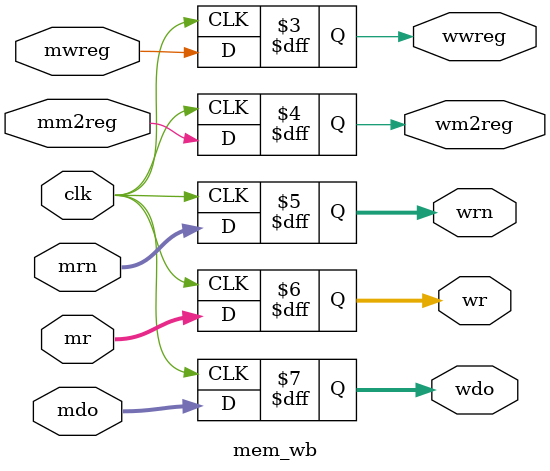
<source format=v>
`timescale 1ns / 1ps
module top(clk, reset, writed);
    input clk, reset;
    output [31:0] writed;
    
    wire [31:0] outa, outb, mr;
    
    wire wreg, m2reg, wmem, aluimm, regrt, ewreg, em2reg, ewmem, ealuimm, mwreg, mm2reg, mwmem, wwreg, wm2reg;
    wire [1:0] fwda, fwdb;
    wire [3:0] aluc, ealuc;
    wire [4:0] rn, rs, rd, rt, ern, mrn, wrn;
    wire [5:0] op, func;
    wire [8:0] pc_in, pc_out;
    wire [15:0] imm;
    wire [31:0] imm_ext, qa, qb, do, eqa, eqb, eimm_ext, eb, er, mqb, mdo, wr, wdo;


    pc pc_inst(pc_in, pc_out, reset, clk);
    pc_adder pc_adder_inst(pc_out, pc_in);
    i_mem i_mem_inst(pc_out, do);
    if_id if_id_inst(do, op, func, rs, rd, rt, imm, clk);
    sign_ext sign_ext_inst(imm, imm_ext);
    control_unit control_unit_inst(op, func, rs, rt, wreg, m2reg, wmem, aluc, aluimm, regrt, mrn, mm2reg, mwreg, ern, em2reg, ewreg, fwda, fwdb);
    mux_5 wmux_inst(regrt, rd, rt, rn);
    reg_file reg_file_inst(rs, rt, wrn, writed, qa, qb, wwreg);
    id_exe id_exe_inst(wreg, m2reg, wmem, aluc, aluimm, rn, outa, outb, imm_ext, ewreg, em2reg, ewmem, ealuc, ealuimm, ern, eqa, eqb, eimm_ext, clk);
    mux_32 alu_mux_inst(ealuimm, eqb, eimm_ext, eb);
    alu alu_inst(ealuc, eqa, eb, er);
    // module exe_mem(ewreg, em2reg, ewmem, ern, er, eqb, mwreg, mm2reg, mwmem, mrn, mr, mqb, clk);
    exe_mem exe_mem_inst(ewreg, em2reg, ewmem, ern, er, eqb, mwreg, mm2reg, mwmem, mrn, mr, mqb, clk);
    data_mem data_mem_inst(mr, mqb, mwmem, mdo);
    mem_wb mem_wb_inst(mwreg, mm2reg, mrn, mr, mdo, wwreg, wm2reg, wrn, wr, wdo, clk);
    mux_32 wb_mux_inst(wm2reg, wr, wdo, writed);
    mux_fwd fwda_inst(fwda, qa, er, mr, mdo, outa);
    mux_fwd fwdb_inst(fwdb, qb, er, mr, mdo, outb);

endmodule

// Program counter
module pc(in, out, reset, clk);
    input [8:0] in;
    input clk, reset;
    output reg [8:0] out;

    always @ (posedge clk) begin
        if (reset) begin
            out <= 0;
        end
        else begin
            out <= in;
        end
    end   
endmodule

// PC incrementer
module pc_adder(in, out);
    input [8:0] in;
    output [8:0] out;
    
    assign out = in + 4;
endmodule

// Instruction memory
module i_mem(a, do);
    input [8:0] a; // address of instruction
    output [31:0] do; // instruction
    
    wire [31:0] memory [0:16]; // instruction memory array
    
    assign memory[0] = 32'b00000000001000100001100000100000; // add $3, $1, $2
    assign memory[4] = 32'b00000001001000110010000000100010; // sub $4, $9, $3
    assign memory[8] = 32'b00000000011010010010100000100101; // or $5, $3, $9
    assign memory[12] = 32'b00000000011010010011000000100110; // xor $6, $3, $9
    assign memory[16] = 32'b00000000011010010011100000100100; // and $7, $3, $9

    assign do = memory[a];
endmodule

// IF/ID register
module if_id(do, op, func, rs, rd, rt, imm, clk);
    input [31:0] do;
    input clk;
    output reg [5:0] op, func;
    output reg [4:0] rs, rd, rt;
    output reg [15:0] imm;
    
    always @ (posedge clk) begin
        op <= do[31:26];
        rs <= do[25:21];
        rt <= do[20:16];
        
        if (do[31:26] == 6'b000000) begin // if r-format
            func <= do[5:0]; // func is last 6 bits
            rd <= do[15:11];
            imm <= 16'bXXXXXXXXXXXXXXXX;
        end
        else begin // if i-format
            imm <= do[15:0];
            func <= 6'bXXXXXX;
            rd <= 5'bXXXXX;
        end
    end
endmodule

// Sign extender
module sign_ext(in, out);
    input [15:0] in;
    output [31:0] out;
    
    assign out = {{16{in[15]}}, in};
endmodule

// ALU control unit
module control_unit(op, func, rs, rt, wreg, m2reg, wmem, aluc, aluimm, regrt, mrn, mm2reg, mwreg, ern, em2reg, ewreg, fwda, fwdb);
    input [5:0] op, func;
    input [4:0] rs, rt, mrn, ern;
    input mm2reg, mwreg, em2reg, ewreg;
    output reg wreg, m2reg, wmem, aluimm, regrt;
    output reg [1:0] fwda, fwdb;
    output reg [3:0] aluc;
    
    always @ (*) begin
        if(op == 6'b000000) begin // r-format
            wreg <= 1;
            wmem <= 0;
            m2reg <= 0;
            regrt <= 0;
            aluimm <= 0;
            
            if (func == 6'b100000) begin // add
                aluc <= 4'b0010;
            end
            else if (func == 6'b100010) begin // subtract
                aluc <= 4'b0110;
            end
            else if (func == 6'b100100) begin // AND
                aluc <= 4'b0000;
            end
            else if (func == 6'b100101) begin // OR
                aluc <= 4'b0001;
            end
            else if (func == 6'b101010) begin // slt
                aluc <= 4'b0111;
            end
            else if (func == 6'b100110) begin // XOR
                aluc <= 4'b1101;
            end
            else begin
                aluc <= 4'bXXXX;
            end
        end
        else if (op == 6'b100011) begin // lw
            wreg <= 1;
            wmem <= 0;
            m2reg <= 1;
            regrt <= 1;
            aluimm <= 1;
            aluc <= 4'b0010;
        end
        else if (op == 6'b101011) begin // sw
            wreg <= 0;
            wmem <= 1;
            m2reg <= 1'bX;
            regrt <= 1'bX;
            aluimm <= 1;
            aluc <= 4'b0010;
        end
        else begin
            wreg <= 1'bX;
            wmem <= 1'bX;
            m2reg <= 1'bX;
            regrt <= 1'bX;
            aluimm <= 1'bX;
            aluc <= 4'bXXXX;
        end
        
        // default fwd selector bits
        fwda <= 2'b00;
        fwdb <= 2'b00;
        
        // Rs = ern
        if(ewreg && rs == ern && ern != 0) begin
            if(em2reg) begin // check for mem to register transfer
                fwda <= 2'b11;
            end
            else begin
                fwda <= 2'b01;
            end
        end
        // Rs = mrn
        else if(mwreg && rs == mrn && mrn != 0) begin
           if(mm2reg) begin
                fwda <= 2'b11;
            end
            else begin
                fwda <= 2'b10;
            end
        end
        
        // Rt = ern
        if(ewreg && rt == ern && ern != 0) begin
            if(em2reg) begin
                fwdb <= 2'b11;
            end
            else begin
                fwdb <= 2'b01;
            end
        end
        // Rt = mrn
        else if(mwreg && rt == mrn && mrn != 0) begin
            if(mm2reg) begin
                fwdb <= 2'b11;
            end
            else begin
                fwdb <= 2'b10 ;
            end
        end
    end
endmodule

// 5-bit multiplexor
module mux_5(sel, rd, rt, out);
    input sel;
    input [4:0] rd, rt;
    output reg [4:0] out;
    
    always @ (*) begin
        if (sel) begin
            out <= rt;
        end
        else begin
            out <= rd;
        end
    end
endmodule

// Forwarding mux
module mux_fwd(sel, q, r, mr, do, out);
    input [1:0] sel;
    input [31:0] q, r, mr, do;
    output reg [31:0] out;
    
    always @(*) begin
        case(sel)
            2'b00: out <= q;
            2'b01: out <= r;
            2'b10: out <= mr;
            2'b11: out <= do;
            default: out <= 31'hXXXXXXXX;
        endcase
    end
endmodule

// Register file
module reg_file(read_a, read_b, writen, writed, qa, qb, write_enable);
    input [4:0] read_a, read_b, writen;
    input [31:0] writed;
    input write_enable;
    output [31:0] qa, qb;

    reg [31:0] file [0:255];
    reg [31:0] out_a, out_b;
    integer i;

    initial begin
        for (i = 0; i < 32; i = i + 1) begin
            file[i] <= 0;
        end
        file[0] <= 32'h00000000;
        file[1] <= 32'hA00000AA;
        file[2] <= 32'h10000011;
        file[3] <= 32'h20000022;
        file[4] <= 32'h30000033;
        file[5] <= 32'h40000044;
        file[6] <= 32'h50000055;
        file[7] <= 32'h60000066;
        file[8] <= 32'h70000077;
        file[9] <= 32'h80000088;
        file[10] <= 32'h90000099;
    end 
    
    always @ (*) begin
        if(write_enable) begin
            file[writen] <= writed;
        end
    end
    
    assign qa = file[read_a];
    assign qb = file[read_b];
endmodule

// ID/EXE register
module id_exe(wreg, m2reg, wmem, aluc, aluimm, rn, qa, qb, imm_ext, ewreg, em2reg, ewmem, ealuc, ealuimm, ern, eqa, eqb, eimm_ext, clk);
    input clk;
    
    input wreg, m2reg, wmem, aluimm;
    input [3:0] aluc;
    input [4:0] rn;
    input [31:0] qa, qb, imm_ext;
    
    output reg ewreg, em2reg, ewmem, ealuimm;
    output reg [3:0] ealuc;
    output reg [4:0] ern;
    output reg [31:0] eqa, eqb, eimm_ext;

    always @ (posedge clk) begin
        ewreg <= wreg;
        em2reg <= m2reg;
        ewmem <= wmem;
        ealuimm <= aluimm;
        
        ealuc <= aluc;
        ern <= rn;
        
        eqa <= qa;
        eqb <= qb;
        eimm_ext <= imm_ext;
    end
endmodule

// 32-bit multiplexor
module mux_32(sel, qb, imm, out);
    input sel;
    input [31:0] qb, imm;
    output reg [31:0] out;
    
    always @ (*) begin
        if (sel) begin
            out <= imm;
        end
        else begin
            out <= qb;
        end
    end
endmodule

// ALU
module alu(ealuc, a, b, r);
    input [3:0] ealuc;
    input [31:0] a, b;
    output reg [31:0] r;

    always @(*) begin
        case(ealuc)
            4'b0000: r <= a & b;
            4'b0001: r <= a | b;
            4'b0010: r <= a + b;
            4'b0110: r <= a - b;
            4'b0111: r <= a < b ? 1 : 0;
            4'b1100: r <= ~(a|b);
            4'b1101: r <= a ^ b;
            default: r <= 32'hXXXXXXXX;
        endcase
    end
endmodule

// EXE/MEM register
module exe_mem(ewreg, em2reg, ewmem, ern, er, eqb, mwreg, mm2reg, mwmem, mrn, mr, mqb, clk);
    input clk;
    
    input ewreg, em2reg, ewmem;
    input [4:0] ern;
    input [31:0] er, eqb;
    
    output reg mwreg, mm2reg, mwmem;
    output reg [4:0] mrn;
    output reg [31:0] mr, mqb;
    
    always @ (posedge clk) begin
        mwreg <= ewreg;
        mm2reg <= em2reg;
        mwmem <= ewmem;
        mrn <= ern;
        mr <= er;
        mqb <= eqb;
    end
endmodule

// data memory
module data_mem(a, di, we, do);
    input we;
    input [31:0] a, di;
    
    output [31:0] do;

    reg [31:0] file [0:255];
    
    initial begin
        file[0] <= 32'hA00000AA;
        file[4] <= 32'h10000011;
        file[8] <= 32'h20000022;
        file[12] <= 32'h30000033;
        file[16] <= 32'h40000044;
        file[20] <= 32'h50000055;
        file[24] <= 32'h60000066;
        file[28] <= 32'h70000077;
        file[32] <= 32'h80000088;
        file[36] <= 32'h90000099;
    end
    
    
    always @ (*) begin
        if(we) begin
            file[a] <= di;
        end
    end
    assign do = file[a];
    
endmodule

// MEM/WB register
module mem_wb(mwreg, mm2reg, mrn, mr, mdo, wwreg, wm2reg, wrn, wr, wdo, clk);
    input clk;
    
    input mwreg, mm2reg;
    input [4:0] mrn;
    input [31:0] mr, mdo;
    
    output reg wwreg, wm2reg;
    output reg [4:0] wrn;
    output reg [31:0] wr, wdo;

    always @ (posedge clk) begin
        wwreg <= mwreg;
        wm2reg <= mm2reg;
        wrn <= mrn;
        wr <= mr;
        wdo <= mdo;
    end
endmodule
</source>
